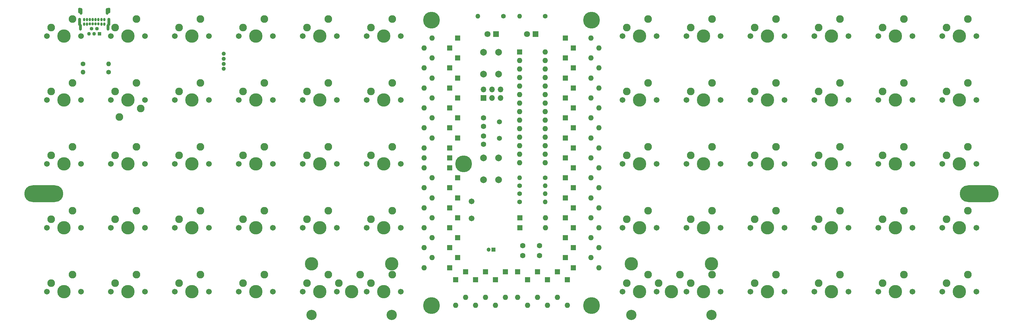
<source format=gbr>
G04 #@! TF.GenerationSoftware,KiCad,Pcbnew,5.1.7*
G04 #@! TF.CreationDate,2021-12-02T00:24:53+07:00*
G04 #@! TF.ProjectId,lumberjack,6c756d62-6572-46a6-9163-6b2e6b696361,1.5*
G04 #@! TF.SameCoordinates,Original*
G04 #@! TF.FileFunction,Soldermask,Top*
G04 #@! TF.FilePolarity,Negative*
%FSLAX46Y46*%
G04 Gerber Fmt 4.6, Leading zero omitted, Abs format (unit mm)*
G04 Created by KiCad (PCBNEW 5.1.7) date 2021-12-02 00:24:53*
%MOMM*%
%LPD*%
G01*
G04 APERTURE LIST*
%ADD10C,2.286000*%
%ADD11C,3.987800*%
%ADD12C,1.701800*%
%ADD13C,1.100000*%
%ADD14O,1.100000X1.100000*%
%ADD15R,1.100000X1.100000*%
%ADD16O,0.850000X2.000000*%
%ADD17O,0.900000X1.700000*%
%ADD18O,0.900000X2.400000*%
%ADD19O,0.700000X1.000000*%
%ADD20O,0.700000X0.900000*%
%ADD21O,1.400000X1.400000*%
%ADD22C,1.400000*%
%ADD23C,1.710000*%
%ADD24R,1.600000X1.600000*%
%ADD25O,1.600000X1.600000*%
%ADD26C,5.000000*%
%ADD27O,11.600000X5.000000*%
%ADD28R,1.200000X1.200000*%
%ADD29C,1.200000*%
%ADD30C,1.600000*%
%ADD31R,1.700000X1.700000*%
%ADD32O,1.700000X1.700000*%
%ADD33R,1.800000X1.800000*%
%ADD34C,1.800000*%
%ADD35C,2.000000*%
%ADD36C,1.500000*%
%ADD37C,3.048000*%
%ADD38C,1.244600*%
G04 APERTURE END LIST*
D10*
X34290032Y-80803820D03*
X40640032Y-78263820D03*
X35560032Y-88423820D03*
X41910032Y-85883820D03*
D11*
X38100032Y-83343820D03*
D12*
X43180032Y-83343820D03*
X33020032Y-83343820D03*
D13*
X28100000Y-63610000D03*
D14*
X28900000Y-62060000D03*
D13*
X26500000Y-63610000D03*
D15*
X29700000Y-63610000D03*
D16*
X32200000Y-61650000D03*
D14*
X27300000Y-62060000D03*
D16*
X24200000Y-56950000D03*
X32000000Y-56950000D03*
X24000000Y-61650000D03*
D17*
X32428000Y-56710000D03*
X23778000Y-56710000D03*
D18*
X32428000Y-60090000D03*
X23778000Y-60090000D03*
D19*
X28528000Y-59360000D03*
X31078000Y-59360000D03*
X30228000Y-59360000D03*
X29378000Y-59360000D03*
X25128000Y-59360000D03*
X26828000Y-59360000D03*
X27678000Y-59360000D03*
X25978000Y-59360000D03*
X31078000Y-60710000D03*
X30228000Y-60710000D03*
D20*
X29378000Y-60660000D03*
X28528000Y-60660000D03*
X27678000Y-60660000D03*
X26828000Y-60660000D03*
D19*
X25978000Y-60710000D03*
X25128000Y-60710000D03*
D12*
X43180032Y-64293804D03*
X33020032Y-64293804D03*
D11*
X38100032Y-64293804D03*
D10*
X34290032Y-61753804D03*
X40640032Y-59213804D03*
D21*
X154781380Y-106561027D03*
D22*
X162401380Y-106561027D03*
D21*
X162401380Y-108942279D03*
D22*
X154781380Y-108942279D03*
D23*
X140493868Y-113546035D03*
X140493868Y-118626035D03*
D24*
X144661059Y-134540738D03*
D25*
X144661059Y-142160738D03*
D24*
X136326677Y-118467287D03*
D25*
X128706677Y-118467287D03*
D12*
X119380096Y-102393836D03*
X109220096Y-102393836D03*
D11*
X114300096Y-102393836D03*
D10*
X110490096Y-99853836D03*
X116840096Y-97313836D03*
D26*
X138112616Y-102393836D03*
D12*
X290830240Y-83343820D03*
X280670240Y-83343820D03*
D11*
X285750240Y-83343820D03*
D10*
X281940240Y-80803820D03*
X288290240Y-78263820D03*
D24*
X168473579Y-118467287D03*
D25*
X176093579Y-118467287D03*
D24*
X170854831Y-73818812D03*
D25*
X178474831Y-73818812D03*
X126325425Y-67865682D03*
D24*
X133945425Y-67865682D03*
D12*
X233680192Y-121443852D03*
X223520192Y-121443852D03*
D11*
X228600192Y-121443852D03*
D10*
X224790192Y-118903852D03*
X231140192Y-116363852D03*
D12*
X252730208Y-83343820D03*
X242570208Y-83343820D03*
D11*
X247650208Y-83343820D03*
D10*
X243840208Y-80803820D03*
X250190208Y-78263820D03*
D12*
X252730208Y-64293804D03*
X242570208Y-64293804D03*
D11*
X247650208Y-64293804D03*
D10*
X243840208Y-61753804D03*
X250190208Y-59213804D03*
D12*
X271780224Y-83343820D03*
X261620224Y-83343820D03*
D11*
X266700224Y-83343820D03*
D10*
X262890224Y-80803820D03*
X269240224Y-78263820D03*
D12*
X252730208Y-102393836D03*
X242570208Y-102393836D03*
D11*
X247650208Y-102393836D03*
D10*
X243840208Y-99853836D03*
X250190208Y-97313836D03*
D12*
X290830240Y-102393836D03*
X280670240Y-102393836D03*
D11*
X285750240Y-102393836D03*
D10*
X281940240Y-99853836D03*
X288290240Y-97313836D03*
D12*
X271780224Y-102393836D03*
X261620224Y-102393836D03*
D11*
X266700224Y-102393836D03*
D10*
X262890224Y-99853836D03*
X269240224Y-97313836D03*
D12*
X290830240Y-121443852D03*
X280670240Y-121443852D03*
D11*
X285750240Y-121443852D03*
D10*
X281940240Y-118903852D03*
X288290240Y-116363852D03*
D12*
X271780224Y-121443852D03*
X261620224Y-121443852D03*
D11*
X266700224Y-121443852D03*
D10*
X262890224Y-118903852D03*
X269240224Y-116363852D03*
D12*
X233680192Y-102393836D03*
X223520192Y-102393836D03*
D11*
X228600192Y-102393836D03*
D10*
X224790192Y-99853836D03*
X231140192Y-97313836D03*
D12*
X214630176Y-102393836D03*
X204470176Y-102393836D03*
D11*
X209550176Y-102393836D03*
D10*
X205740176Y-99853836D03*
X212090176Y-97313836D03*
D12*
X290830240Y-140493868D03*
X280670240Y-140493868D03*
D11*
X285750240Y-140493868D03*
D10*
X281940240Y-137953868D03*
X288290240Y-135413868D03*
D12*
X252730208Y-121443852D03*
X242570208Y-121443852D03*
D11*
X247650208Y-121443852D03*
D10*
X243840208Y-118903852D03*
X250190208Y-116363852D03*
D12*
X214630176Y-121443852D03*
X204470176Y-121443852D03*
D11*
X209550176Y-121443852D03*
D10*
X205740176Y-118903852D03*
X212090176Y-116363852D03*
D12*
X271780224Y-140493868D03*
X261620224Y-140493868D03*
D11*
X266700224Y-140493868D03*
D10*
X262890224Y-137953868D03*
X269240224Y-135413868D03*
D12*
X252730208Y-140493868D03*
X242570208Y-140493868D03*
D11*
X247650208Y-140493868D03*
D10*
X243840208Y-137953868D03*
X250190208Y-135413868D03*
D12*
X233680192Y-140493868D03*
X223520192Y-140493868D03*
D11*
X228600192Y-140493868D03*
D10*
X224790192Y-137953868D03*
X231140192Y-135413868D03*
X212090176Y-135413868D03*
X205740176Y-137953868D03*
D11*
X209550176Y-140493868D03*
D12*
X204470176Y-140493868D03*
X214630176Y-140493868D03*
X119380096Y-64293804D03*
X109220096Y-64293804D03*
D11*
X114300096Y-64293804D03*
D10*
X110490096Y-61753804D03*
X116840096Y-59213804D03*
D12*
X119380096Y-83343820D03*
X109220096Y-83343820D03*
D11*
X114300096Y-83343820D03*
D10*
X110490096Y-80803820D03*
X116840096Y-78263820D03*
D12*
X81280064Y-83343820D03*
X71120064Y-83343820D03*
D11*
X76200064Y-83343820D03*
D10*
X72390064Y-80803820D03*
X78740064Y-78263820D03*
D12*
X100330080Y-140493868D03*
X90170080Y-140493868D03*
D11*
X95250080Y-140493868D03*
D10*
X91440080Y-137953868D03*
X97790080Y-135413868D03*
D12*
X62230048Y-140493868D03*
X52070048Y-140493868D03*
D11*
X57150048Y-140493868D03*
D10*
X53340048Y-137953868D03*
X59690048Y-135413868D03*
D12*
X24130016Y-83343820D03*
X13970016Y-83343820D03*
D11*
X19050016Y-83343820D03*
D10*
X15240016Y-80803820D03*
X21590016Y-78263820D03*
D27*
X13096886Y-111323531D03*
X291703370Y-111323531D03*
D26*
X128587608Y-59531300D03*
X176212648Y-59531300D03*
X128587608Y-144661059D03*
X176212648Y-144661059D03*
D12*
X24129968Y-64293750D03*
X13969968Y-64293750D03*
D11*
X19049968Y-64293750D03*
D10*
X15239968Y-61753750D03*
X21589968Y-59213750D03*
D12*
X62230048Y-64293804D03*
X52070048Y-64293804D03*
D11*
X57150048Y-64293804D03*
D10*
X53340048Y-61753804D03*
X59690048Y-59213804D03*
D12*
X81280064Y-64293804D03*
X71120064Y-64293804D03*
D11*
X76200064Y-64293804D03*
D10*
X72390064Y-61753804D03*
X78740064Y-59213804D03*
D12*
X100330080Y-64293804D03*
X90170080Y-64293804D03*
D11*
X95250080Y-64293804D03*
D10*
X91440080Y-61753804D03*
X97790080Y-59213804D03*
D12*
X290830240Y-64293804D03*
X280670240Y-64293804D03*
D11*
X285750240Y-64293804D03*
D10*
X281940240Y-61753804D03*
X288290240Y-59213804D03*
D12*
X271780224Y-64293804D03*
X261620224Y-64293804D03*
D11*
X266700224Y-64293804D03*
D10*
X262890224Y-61753804D03*
X269240224Y-59213804D03*
D12*
X233680192Y-64293804D03*
X223520192Y-64293804D03*
D11*
X228600192Y-64293804D03*
D10*
X224790192Y-61753804D03*
X231140192Y-59213804D03*
D12*
X62230048Y-83343820D03*
X52070048Y-83343820D03*
D11*
X57150048Y-83343820D03*
D10*
X53340048Y-80803820D03*
X59690048Y-78263820D03*
D12*
X233680192Y-83343820D03*
X223520192Y-83343820D03*
D11*
X228600192Y-83343820D03*
D10*
X224790192Y-80803820D03*
X231140192Y-78263820D03*
D12*
X24130016Y-102393836D03*
X13970016Y-102393836D03*
D11*
X19050016Y-102393836D03*
D10*
X15240016Y-99853836D03*
X21590016Y-97313836D03*
D12*
X43180032Y-102393836D03*
X33020032Y-102393836D03*
D11*
X38100032Y-102393836D03*
D10*
X34290032Y-99853836D03*
X40640032Y-97313836D03*
D12*
X62230048Y-102393836D03*
X52070048Y-102393836D03*
D11*
X57150048Y-102393836D03*
D10*
X53340048Y-99853836D03*
X59690048Y-97313836D03*
D12*
X100330080Y-83343820D03*
X90170080Y-83343820D03*
D11*
X95250080Y-83343820D03*
D10*
X91440080Y-80803820D03*
X97790080Y-78263820D03*
D12*
X214630176Y-83343820D03*
X204470176Y-83343820D03*
D11*
X209550176Y-83343820D03*
D10*
X205740176Y-80803820D03*
X212090176Y-78263820D03*
D12*
X24130016Y-121443852D03*
X13970016Y-121443852D03*
D11*
X19050016Y-121443852D03*
D10*
X15240016Y-118903852D03*
X21590016Y-116363852D03*
D12*
X43180032Y-121443852D03*
X33020032Y-121443852D03*
D11*
X38100032Y-121443852D03*
D10*
X34290032Y-118903852D03*
X40640032Y-116363852D03*
D12*
X81280064Y-102393836D03*
X71120064Y-102393836D03*
D11*
X76200064Y-102393836D03*
D10*
X72390064Y-99853836D03*
X78740064Y-97313836D03*
D12*
X100330080Y-102393836D03*
X90170080Y-102393836D03*
D11*
X95250080Y-102393836D03*
D10*
X91440080Y-99853836D03*
X97790080Y-97313836D03*
D12*
X24130016Y-140493868D03*
X13970016Y-140493868D03*
D11*
X19050016Y-140493868D03*
D10*
X15240016Y-137953868D03*
X21590016Y-135413868D03*
D12*
X62230048Y-121443852D03*
X52070048Y-121443852D03*
D11*
X57150048Y-121443852D03*
D10*
X53340048Y-118903852D03*
X59690048Y-116363852D03*
D12*
X81280064Y-121443852D03*
X71120064Y-121443852D03*
D11*
X76200064Y-121443852D03*
D10*
X72390064Y-118903852D03*
X78740064Y-116363852D03*
D12*
X100330080Y-121443852D03*
X90170080Y-121443852D03*
D11*
X95250080Y-121443852D03*
D10*
X91440080Y-118903852D03*
X97790080Y-116363852D03*
D12*
X43180032Y-140493868D03*
X33020032Y-140493868D03*
D11*
X38100032Y-140493868D03*
D10*
X34290032Y-137953868D03*
X40640032Y-135413868D03*
D12*
X81280064Y-140493868D03*
X71120064Y-140493868D03*
D11*
X76200064Y-140493868D03*
D10*
X72390064Y-137953868D03*
X78740064Y-135413868D03*
D28*
X147042311Y-127992295D03*
D29*
X145542311Y-127992295D03*
D30*
X155734510Y-126801669D03*
X160734510Y-126801669D03*
X160734510Y-129778234D03*
X155734510Y-129778234D03*
X144065746Y-96559454D03*
X144065746Y-94059454D03*
X144065746Y-88701637D03*
X144065746Y-91201637D03*
D31*
X144065746Y-82748507D03*
D32*
X144065746Y-80208507D03*
X146605746Y-82748507D03*
X146605746Y-80208507D03*
X149145746Y-82748507D03*
X149145746Y-80208507D03*
D33*
X159543884Y-63698491D03*
D34*
X157003884Y-63698491D03*
D35*
X148565746Y-75604751D03*
X144065746Y-75604751D03*
X148565746Y-69104751D03*
X144065746Y-69104751D03*
X144065746Y-100656340D03*
X148565746Y-100656340D03*
X144065746Y-107156340D03*
X148565746Y-107156340D03*
D36*
X148828250Y-89892263D03*
X148828250Y-94772263D03*
D24*
X154781380Y-69056308D03*
D25*
X162401380Y-102076308D03*
X154781380Y-71596308D03*
X162401380Y-99536308D03*
X154781380Y-74136308D03*
X162401380Y-96996308D03*
X154781380Y-76676308D03*
X162401380Y-94456308D03*
X154781380Y-79216308D03*
X162401380Y-91916308D03*
X154781380Y-81756308D03*
X162401380Y-89376308D03*
X154781380Y-84296308D03*
X162401380Y-86836308D03*
X154781380Y-86836308D03*
X162401380Y-84296308D03*
X154781380Y-89376308D03*
X162401380Y-81756308D03*
X154781380Y-91916308D03*
X162401380Y-79216308D03*
X154781380Y-94456308D03*
X162401380Y-76676308D03*
X154781380Y-96996308D03*
X162401380Y-74136308D03*
X154781380Y-99536308D03*
X162401380Y-71596308D03*
X154781380Y-102076308D03*
X162401380Y-69056308D03*
D24*
X154900449Y-121443852D03*
D25*
X162520449Y-121443852D03*
X162520449Y-118467287D03*
D24*
X154900449Y-118467287D03*
X136326677Y-76795377D03*
D25*
X128706677Y-76795377D03*
D24*
X133945425Y-73818812D03*
D25*
X126325425Y-73818812D03*
X128706677Y-70842247D03*
D24*
X136326677Y-70842247D03*
X136326677Y-64889117D03*
D25*
X128706677Y-64889117D03*
D24*
X168473579Y-76795377D03*
D25*
X176093579Y-76795377D03*
X176093579Y-70842247D03*
D24*
X168473579Y-70842247D03*
X170854831Y-67865682D03*
D25*
X178474831Y-67865682D03*
D24*
X136326677Y-82748507D03*
D25*
X128706677Y-82748507D03*
D24*
X133945425Y-85725072D03*
D25*
X126325425Y-85725072D03*
X128706677Y-88701637D03*
D24*
X136326677Y-88701637D03*
D25*
X126325425Y-91678202D03*
D24*
X133945425Y-91678202D03*
X133945425Y-79771942D03*
D25*
X126325425Y-79771942D03*
X176093579Y-82748507D03*
D24*
X168473579Y-82748507D03*
X170854831Y-85725072D03*
D25*
X178474831Y-85725072D03*
D24*
X168473579Y-88701637D03*
D25*
X176093579Y-88701637D03*
D24*
X170854831Y-91678202D03*
D25*
X178474831Y-91678202D03*
X126325425Y-100607897D03*
D24*
X133945425Y-100607897D03*
D25*
X126325425Y-103584462D03*
D24*
X133945425Y-103584462D03*
D25*
X128706677Y-106561027D03*
D24*
X136326677Y-106561027D03*
X136326677Y-94654767D03*
D25*
X128706677Y-94654767D03*
D24*
X133945425Y-97631332D03*
D25*
X126325425Y-97631332D03*
D24*
X168473579Y-100607897D03*
D25*
X176093579Y-100607897D03*
D24*
X170854831Y-103584462D03*
D25*
X178474831Y-103584462D03*
D24*
X168473579Y-106561027D03*
D25*
X176093579Y-106561027D03*
D24*
X168473579Y-94654767D03*
D25*
X176093579Y-94654767D03*
X126325425Y-121443852D03*
D24*
X133945425Y-121443852D03*
D25*
X126325425Y-109537592D03*
D24*
X133945425Y-109537592D03*
X136326677Y-112514157D03*
D25*
X128706677Y-112514157D03*
D24*
X133945425Y-115490722D03*
D25*
X126325425Y-115490722D03*
D24*
X170854831Y-121443852D03*
D25*
X178474831Y-121443852D03*
D24*
X170854831Y-109537592D03*
D25*
X178474831Y-109537592D03*
D24*
X168473579Y-112514157D03*
D25*
X176093579Y-112514157D03*
X150614189Y-142160738D03*
D24*
X150614189Y-134540738D03*
D25*
X128706677Y-124420417D03*
D24*
X136326677Y-124420417D03*
D25*
X126325425Y-127396982D03*
D24*
X133945425Y-127396982D03*
D25*
X128706677Y-130373547D03*
D24*
X136326677Y-130373547D03*
D25*
X154186067Y-142160738D03*
D24*
X154186067Y-134540738D03*
D25*
X176093579Y-124420417D03*
D24*
X168473579Y-124420417D03*
D25*
X178474831Y-127396982D03*
D24*
X170854831Y-127396982D03*
D25*
X176093579Y-130373547D03*
D24*
X168473579Y-130373547D03*
X147637624Y-136921990D03*
D25*
X147637624Y-144541990D03*
D24*
X141684494Y-136921990D03*
D25*
X141684494Y-144541990D03*
D24*
X138707929Y-134540738D03*
D25*
X138707929Y-142160738D03*
D24*
X157162632Y-136921990D03*
D25*
X157162632Y-144541990D03*
D24*
X160139197Y-134540738D03*
D25*
X160139197Y-142160738D03*
D24*
X163115762Y-136921990D03*
D25*
X163115762Y-144541990D03*
D24*
X166092327Y-134540738D03*
D25*
X166092327Y-142160738D03*
D33*
X147796372Y-63698491D03*
D34*
X145256372Y-63698491D03*
D25*
X126325425Y-133350112D03*
D24*
X133945425Y-133350112D03*
X135731364Y-136921990D03*
D25*
X135731364Y-144541990D03*
X176093579Y-64889117D03*
D24*
X168473579Y-64889117D03*
X170854831Y-79771942D03*
D25*
X178474831Y-79771942D03*
X178474831Y-97631332D03*
D24*
X170854831Y-97631332D03*
X170854831Y-115490722D03*
D25*
X178474831Y-115490722D03*
X178474831Y-133350112D03*
D24*
X170854831Y-133350112D03*
X169068892Y-136921990D03*
D25*
X169068892Y-144541990D03*
D12*
X119380096Y-121443852D03*
X109220096Y-121443852D03*
D11*
X114300096Y-121443852D03*
D10*
X110490096Y-118903852D03*
X116840096Y-116363852D03*
X116840096Y-135413868D03*
X110490096Y-137953868D03*
D11*
X114300096Y-140493868D03*
D12*
X109220096Y-140493868D03*
X119380096Y-140493868D03*
X214630176Y-64293804D03*
X204470176Y-64293804D03*
D11*
X209550176Y-64293804D03*
D10*
X205740176Y-61753804D03*
X212090176Y-59213804D03*
X193040160Y-59213804D03*
X186690160Y-61753804D03*
D11*
X190500160Y-64293804D03*
D12*
X185420160Y-64293804D03*
X195580160Y-64293804D03*
X195580160Y-83343820D03*
X185420160Y-83343820D03*
D11*
X190500160Y-83343820D03*
D10*
X186690160Y-80803820D03*
X193040160Y-78263820D03*
D12*
X195580160Y-102393836D03*
X185420160Y-102393836D03*
D11*
X190500160Y-102393836D03*
D10*
X186690160Y-99853836D03*
X193040160Y-97313836D03*
X193040160Y-116363852D03*
X186690160Y-118903852D03*
D11*
X190500160Y-121443852D03*
D12*
X185420160Y-121443852D03*
X195580160Y-121443852D03*
D10*
X193040160Y-135413868D03*
X186690160Y-137953868D03*
D11*
X190500160Y-140493868D03*
D12*
X185420160Y-140493868D03*
X195580160Y-140493868D03*
D10*
X107315088Y-135413868D03*
X100965088Y-137953868D03*
D11*
X104775088Y-140493868D03*
D37*
X92837088Y-147478868D03*
X116713088Y-147478868D03*
D11*
X92837088Y-132238868D03*
X116713088Y-132238868D03*
X211963168Y-132238868D03*
X188087168Y-132238868D03*
D37*
X211963168Y-147478868D03*
X188087168Y-147478868D03*
D11*
X200025168Y-140493868D03*
D10*
X196215168Y-137953868D03*
X202565168Y-135413868D03*
D21*
X162401380Y-113704783D03*
D22*
X154781380Y-113704783D03*
X154781380Y-111323531D03*
D21*
X162401380Y-111323531D03*
X142398876Y-58340674D03*
D22*
X150018876Y-58340674D03*
X162401380Y-58340674D03*
D21*
X154781380Y-58340674D03*
X24765000Y-75009375D03*
D22*
X32385000Y-75009375D03*
X24765000Y-72628125D03*
D21*
X32385000Y-72628125D03*
D38*
X66675000Y-74056875D03*
X66675000Y-72556876D03*
X66675000Y-71056874D03*
X66675000Y-69556874D03*
M02*

</source>
